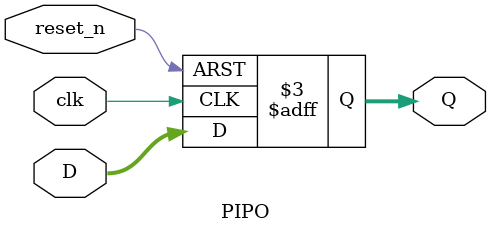
<source format=v>
`timescale 1ns / 1ps


module PIPO(
input clk,
input reset_n,
input [3:0] D,
output reg [3:0] Q
    );
    
  /*  genvar i;
    generate
    for(i=0; i<4; i=i+1)
    begin
    D_FF DU( clk,reset_n,D[i],Q[i]);
    end
    endgenerate*/
     always @ (posedge clk, negedge reset_n)
 begin
 if(!reset_n)
 Q <= 'b0;
 else
 Q <= D;
 end
endmodule

</source>
